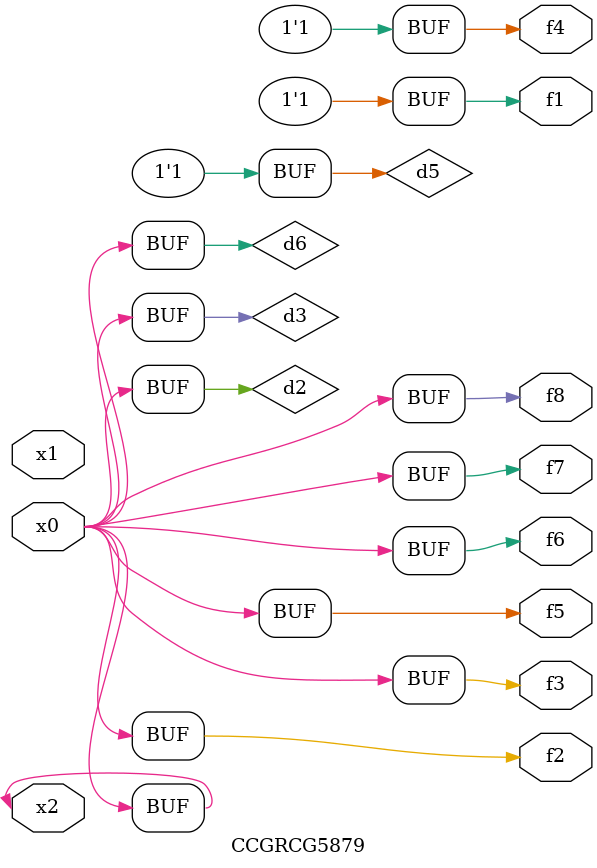
<source format=v>
module CCGRCG5879(
	input x0, x1, x2,
	output f1, f2, f3, f4, f5, f6, f7, f8
);

	wire d1, d2, d3, d4, d5, d6;

	xnor (d1, x2);
	buf (d2, x0, x2);
	and (d3, x0);
	xnor (d4, x1, x2);
	nand (d5, d1, d3);
	buf (d6, d2, d3);
	assign f1 = d5;
	assign f2 = d6;
	assign f3 = d6;
	assign f4 = d5;
	assign f5 = d6;
	assign f6 = d6;
	assign f7 = d6;
	assign f8 = d6;
endmodule

</source>
